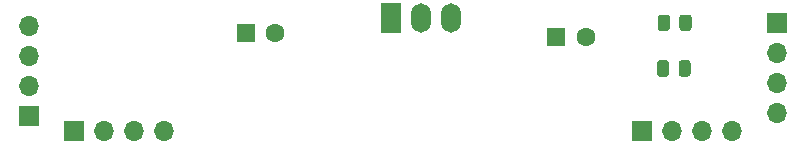
<source format=gbr>
%TF.GenerationSoftware,KiCad,Pcbnew,5.1.9+dfsg1-1*%
%TF.CreationDate,2021-05-25T15:49:57+02:00*%
%TF.ProjectId,single_din_bottom_rev_a,73696e67-6c65-45f6-9469-6e5f626f7474,rev?*%
%TF.SameCoordinates,Original*%
%TF.FileFunction,Soldermask,Bot*%
%TF.FilePolarity,Negative*%
%FSLAX46Y46*%
G04 Gerber Fmt 4.6, Leading zero omitted, Abs format (unit mm)*
G04 Created by KiCad (PCBNEW 5.1.9+dfsg1-1) date 2021-05-25 15:49:57*
%MOMM*%
%LPD*%
G01*
G04 APERTURE LIST*
%ADD10O,1.700000X1.700000*%
%ADD11R,1.700000X1.700000*%
%ADD12O,1.700000X2.500000*%
%ADD13R,1.700000X2.500000*%
%ADD14C,1.600000*%
%ADD15R,1.600000X1.600000*%
G04 APERTURE END LIST*
D10*
%TO.C,J4*%
X100920000Y-178200000D03*
X98380000Y-178200000D03*
X95840000Y-178200000D03*
D11*
X93300000Y-178200000D03*
%TD*%
%TO.C,R2*%
G36*
G01*
X95573900Y-172409698D02*
X95573900Y-173309702D01*
G75*
G02*
X95323902Y-173559700I-249998J0D01*
G01*
X94798898Y-173559700D01*
G75*
G02*
X94548900Y-173309702I0J249998D01*
G01*
X94548900Y-172409698D01*
G75*
G02*
X94798898Y-172159700I249998J0D01*
G01*
X95323902Y-172159700D01*
G75*
G02*
X95573900Y-172409698I0J-249998D01*
G01*
G37*
G36*
G01*
X97398900Y-172409698D02*
X97398900Y-173309702D01*
G75*
G02*
X97148902Y-173559700I-249998J0D01*
G01*
X96623898Y-173559700D01*
G75*
G02*
X96373900Y-173309702I0J249998D01*
G01*
X96373900Y-172409698D01*
G75*
G02*
X96623898Y-172159700I249998J0D01*
G01*
X97148902Y-172159700D01*
G75*
G02*
X97398900Y-172409698I0J-249998D01*
G01*
G37*
%TD*%
%TO.C,R1*%
G36*
G01*
X95650100Y-168548898D02*
X95650100Y-169448902D01*
G75*
G02*
X95400102Y-169698900I-249998J0D01*
G01*
X94875098Y-169698900D01*
G75*
G02*
X94625100Y-169448902I0J249998D01*
G01*
X94625100Y-168548898D01*
G75*
G02*
X94875098Y-168298900I249998J0D01*
G01*
X95400102Y-168298900D01*
G75*
G02*
X95650100Y-168548898I0J-249998D01*
G01*
G37*
G36*
G01*
X97475100Y-168548898D02*
X97475100Y-169448902D01*
G75*
G02*
X97225102Y-169698900I-249998J0D01*
G01*
X96700098Y-169698900D01*
G75*
G02*
X96450100Y-169448902I0J249998D01*
G01*
X96450100Y-168548898D01*
G75*
G02*
X96700098Y-168298900I249998J0D01*
G01*
X97225102Y-168298900D01*
G75*
G02*
X97475100Y-168548898I0J-249998D01*
G01*
G37*
%TD*%
D12*
%TO.C,U1*%
X77139800Y-168554400D03*
X74599800Y-168554400D03*
D13*
X72059800Y-168554400D03*
%TD*%
D10*
%TO.C,J3*%
X52820000Y-178200000D03*
X50280000Y-178200000D03*
X47740000Y-178200000D03*
D11*
X45200000Y-178200000D03*
%TD*%
D10*
%TO.C,J2*%
X104724200Y-176631600D03*
X104724200Y-174091600D03*
X104724200Y-171551600D03*
D11*
X104724200Y-169011600D03*
%TD*%
D10*
%TO.C,J1*%
X41402000Y-169240200D03*
X41402000Y-171780200D03*
X41402000Y-174320200D03*
D11*
X41402000Y-176860200D03*
%TD*%
D14*
%TO.C,C2*%
X88504400Y-170205400D03*
D15*
X86004400Y-170205400D03*
%TD*%
D14*
%TO.C,C1*%
X62240800Y-169875200D03*
D15*
X59740800Y-169875200D03*
%TD*%
M02*

</source>
